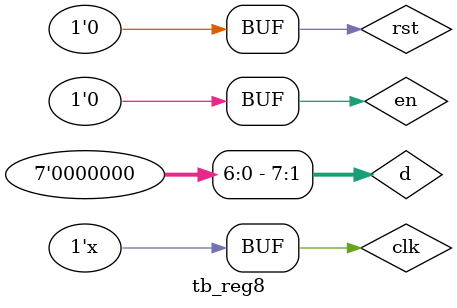
<source format=v>
`timescale 10ns/1ns
module tb_reg8 ();
    parameter n = 8;
    reg rst, clk, en;
    reg [n-1: 0] d;
    wire [n-1: 0] q;

    // dut 
    reg8 dut (
        .clk(clk), .rst(rst), .en(en), 
        .d(d), .q(q)
    ); 

    // clock generator
    always #5 clk = ~clk; 

    // drive the inputs
    initial begin 
        clk = 0; 
        en = 0; 
        rst = 1; 
        #10 rst = 0; 
        d = $random; 
        #30 en = 1;
        #10 d = $random; 
        #10 d = $random; 
        #30 en = 0; 
        #10 d = $random; 

    end
endmodule
</source>
